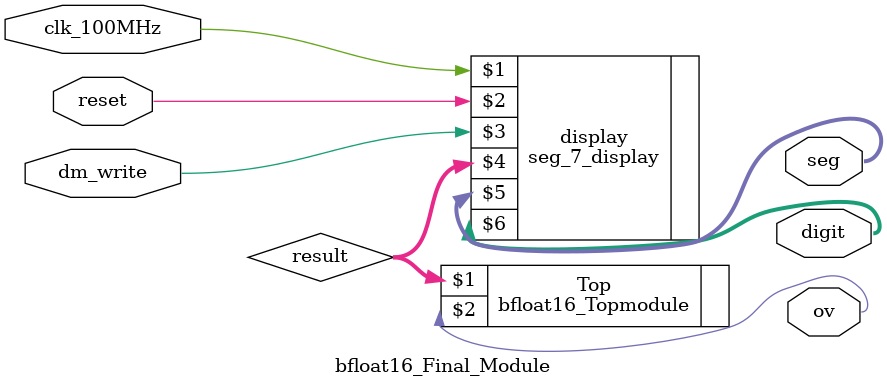
<source format=v>
`timescale 1ns / 1ps


module bfloat16_Final_Module(
    input clk_100MHz,
    input reset,
    input dm_write,
    output [0:6]seg,
    output [3:0]digit,
    output ov    
    
);

wire [15:0]result;



bfloat16_Topmodule Top(result,ov);
seg_7_display display(clk_100MHz,reset,dm_write,result,seg,digit);
endmodule

</source>
